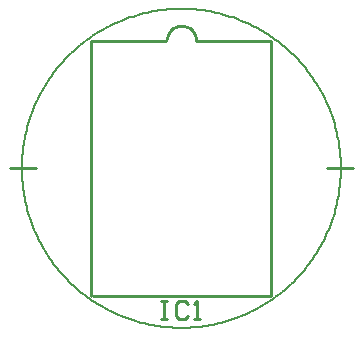
<source format=gto>
%FSLAX43Y43*%
%MOMM*%
G71*
G01*
G75*
%ADD10R,1.400X3.600*%
%ADD11R,1.400X5.080*%
%ADD12C,0.700*%
%ADD13C,2.000*%
%ADD14C,0.210*%
%ADD15C,1.000*%
%ADD16C,0.254*%
%ADD17C,0.200*%
%ADD18C,0.250*%
D16*
X16270Y25795D02*
X16246Y26043D01*
X16173Y26281D01*
X16056Y26501D01*
X15898Y26693D01*
X15706Y26851D01*
X15486Y26968D01*
X15248Y27041D01*
X15000Y27065D01*
X14752Y27041D01*
X14514Y26968D01*
X14294Y26851D01*
X14102Y26693D01*
X13944Y26501D01*
X13827Y26281D01*
X13754Y26043D01*
X13730Y25795D01*
X22620Y4205D02*
Y25795D01*
X7507Y4205D02*
X22620D01*
X7380D02*
Y25795D01*
X13250Y3774D02*
X13758D01*
X13504D01*
Y2250D01*
X13250D01*
X13758D01*
X15535Y3520D02*
X15281Y3774D01*
X14774D01*
X14520Y3520D01*
Y2504D01*
X14774Y2250D01*
X15281D01*
X15535Y2504D01*
X16043Y2250D02*
X16551D01*
X16297D01*
Y3774D01*
X16043Y3520D01*
D17*
X28500Y15000D02*
X28498Y15254D01*
X28490Y15508D01*
X28479Y15761D01*
X28462Y16015D01*
X28440Y16268D01*
X28414Y16521D01*
X28383Y16773D01*
X28347Y17024D01*
X28307Y17275D01*
X28262Y17525D01*
X28212Y17774D01*
X28157Y18022D01*
X28098Y18269D01*
X28035Y18514D01*
X27966Y18759D01*
X27893Y19002D01*
X27816Y19244D01*
X27733Y19484D01*
X27647Y19723D01*
X27556Y19960D01*
X27460Y20196D01*
X27360Y20429D01*
X27256Y20661D01*
X27147Y20890D01*
X27034Y21118D01*
X26917Y21343D01*
X26796Y21566D01*
X26670Y21787D01*
X26540Y22005D01*
X26407Y22221D01*
X26269Y22434D01*
X26127Y22645D01*
X25981Y22853D01*
X25831Y23058D01*
X25678Y23260D01*
X25521Y23460D01*
X25360Y23656D01*
X25195Y23849D01*
X25027Y24040D01*
X24855Y24227D01*
X24680Y24410D01*
X24501Y24591D01*
X24319Y24768D01*
X24133Y24941D01*
X23945Y25111D01*
X23753Y25278D01*
X23558Y25441D01*
X23360Y25600D01*
X23159Y25755D01*
X22956Y25907D01*
X22749Y26055D01*
X22540Y26198D01*
X22328Y26338D01*
X22113Y26474D01*
X21896Y26606D01*
X21677Y26733D01*
X21455Y26857D01*
X21230Y26976D01*
X21004Y27091D01*
X20776Y27202D01*
X20545Y27309D01*
X20313Y27411D01*
X20078Y27508D01*
X19842Y27602D01*
X19604Y27691D01*
X19364Y27775D01*
X19123Y27855D01*
X18881Y27930D01*
X18637Y28001D01*
X18392Y28067D01*
X18145Y28128D01*
X17898Y28185D01*
X17649Y28237D01*
X17400Y28285D01*
X17149Y28328D01*
X16898Y28366D01*
X16647Y28399D01*
X16394Y28428D01*
X16141Y28452D01*
X15888Y28471D01*
X15635Y28485D01*
X15381Y28495D01*
X15127Y28499D01*
X14873D01*
X14619Y28495D01*
X14365Y28485D01*
X14112Y28471D01*
X13859Y28452D01*
X13606Y28428D01*
X13353Y28399D01*
X13102Y28366D01*
X12851Y28328D01*
X12600Y28285D01*
X12351Y28237D01*
X12102Y28185D01*
X11855Y28128D01*
X11608Y28067D01*
X11363Y28001D01*
X11119Y27930D01*
X10877Y27855D01*
X10636Y27775D01*
X10396Y27691D01*
X10158Y27602D01*
X9922Y27509D01*
X9688Y27411D01*
X9455Y27309D01*
X9224Y27202D01*
X8996Y27091D01*
X8770Y26976D01*
X8545Y26857D01*
X8323Y26733D01*
X8104Y26606D01*
X7887Y26474D01*
X7672Y26338D01*
X7460Y26198D01*
X7251Y26055D01*
X7044Y25907D01*
X6841Y25755D01*
X6640Y25600D01*
X6442Y25441D01*
X6247Y25278D01*
X6055Y25111D01*
X5867Y24941D01*
X5681Y24768D01*
X5499Y24591D01*
X5320Y24410D01*
X5145Y24227D01*
X4973Y24040D01*
X4805Y23849D01*
X4640Y23656D01*
X4479Y23460D01*
X4322Y23260D01*
X4169Y23058D01*
X4019Y22853D01*
X3873Y22645D01*
X3731Y22434D01*
X3593Y22221D01*
X3460Y22005D01*
X3330Y21787D01*
X3204Y21566D01*
X3083Y21343D01*
X2966Y21118D01*
X2853Y20890D01*
X2744Y20661D01*
X2640Y20429D01*
X2540Y20196D01*
X2444Y19960D01*
X2353Y19723D01*
X2267Y19484D01*
X2184Y19244D01*
X2107Y19002D01*
X2034Y18759D01*
X1965Y18514D01*
X1902Y18269D01*
X1843Y18022D01*
X1788Y17774D01*
X1738Y17525D01*
X1693Y17275D01*
X1653Y17024D01*
X1617Y16773D01*
X1586Y16521D01*
X1560Y16268D01*
X1538Y16015D01*
X1521Y15761D01*
X1510Y15508D01*
X1502Y15254D01*
X1500Y15000D01*
X1502Y14746D01*
X1510Y14492D01*
X1521Y14238D01*
X1538Y13985D01*
X1560Y13732D01*
X1586Y13479D01*
X1617Y13227D01*
X1653Y12976D01*
X1693Y12725D01*
X1738Y12475D01*
X1788Y12226D01*
X1843Y11978D01*
X1902Y11731D01*
X1966Y11485D01*
X2034Y11241D01*
X2107Y10998D01*
X2184Y10756D01*
X2267Y10516D01*
X2353Y10277D01*
X2444Y10040D01*
X2540Y9804D01*
X2640Y9571D01*
X2744Y9339D01*
X2853Y9110D01*
X2966Y8882D01*
X3083Y8657D01*
X3204Y8434D01*
X3330Y8213D01*
X3460Y7995D01*
X3593Y7779D01*
X3731Y7566D01*
X3873Y7355D01*
X4019Y7147D01*
X4169Y6942D01*
X4322Y6740D01*
X4479Y6540D01*
X4640Y6344D01*
X4805Y6151D01*
X4973Y5960D01*
X5145Y5773D01*
X5320Y5590D01*
X5499Y5409D01*
X5681Y5232D01*
X5867Y5059D01*
X6055Y4889D01*
X6247Y4722D01*
X6442Y4559D01*
X6640Y4400D01*
X6841Y4245D01*
X7044Y4093D01*
X7251Y3945D01*
X7460Y3802D01*
X7672Y3662D01*
X7887Y3526D01*
X8104Y3394D01*
X8324Y3266D01*
X8545Y3143D01*
X8770Y3024D01*
X8996Y2909D01*
X9225Y2798D01*
X9455Y2691D01*
X9688Y2589D01*
X9922Y2491D01*
X10158Y2398D01*
X10396Y2309D01*
X10636Y2225D01*
X10877Y2145D01*
X11119Y2070D01*
X11363Y1999D01*
X11608Y1933D01*
X11855Y1871D01*
X12102Y1815D01*
X12351Y1762D01*
X12600Y1715D01*
X12851Y1672D01*
X13102Y1634D01*
X13354Y1601D01*
X13606Y1572D01*
X13859Y1548D01*
X14112Y1529D01*
X14365Y1515D01*
X14619Y1505D01*
X14873Y1501D01*
X15127Y1501D01*
X15381Y1505D01*
X15635Y1515D01*
X15888Y1529D01*
X16142Y1548D01*
X16394Y1572D01*
X16647Y1601D01*
X16899Y1634D01*
X17150Y1672D01*
X17400Y1715D01*
X17649Y1763D01*
X17898Y1815D01*
X18146Y1872D01*
X18392Y1933D01*
X18637Y1999D01*
X18881Y2070D01*
X19124Y2145D01*
X19365Y2225D01*
X19604Y2309D01*
X19842Y2398D01*
X20078Y2492D01*
X20313Y2589D01*
X20545Y2691D01*
X20776Y2798D01*
X21004Y2909D01*
X21231Y3024D01*
X21455Y3143D01*
X21677Y3267D01*
X21896Y3394D01*
X22113Y3526D01*
X22328Y3662D01*
X22540Y3802D01*
X22749Y3946D01*
X22956Y4093D01*
X23160Y4245D01*
X23360Y4400D01*
X23558Y4559D01*
X23753Y4722D01*
X23945Y4889D01*
X24134Y5059D01*
X24319Y5232D01*
X24501Y5409D01*
X24680Y5590D01*
X24855Y5774D01*
X25027Y5961D01*
X25195Y6151D01*
X25360Y6344D01*
X25521Y6541D01*
X25678Y6740D01*
X25832Y6942D01*
X25981Y7147D01*
X26127Y7355D01*
X26269Y7566D01*
X26407Y7779D01*
X26541Y7995D01*
X26670Y8214D01*
X26796Y8434D01*
X26917Y8657D01*
X27034Y8883D01*
X27147Y9110D01*
X27256Y9340D01*
X27360Y9571D01*
X27460Y9805D01*
X27556Y10040D01*
X27647Y10277D01*
X27733Y10516D01*
X27816Y10756D01*
X27893Y10998D01*
X27966Y11241D01*
X28035Y11486D01*
X28098Y11732D01*
X28158Y11979D01*
X28212Y12227D01*
X28262Y12476D01*
X28307Y12726D01*
X28347Y12976D01*
X28383Y13228D01*
X28414Y13480D01*
X28440Y13732D01*
X28462Y13985D01*
X28479Y14239D01*
X28490Y14492D01*
X28498Y14746D01*
X28500Y15000D01*
D18*
X27350D02*
X29499D01*
X500D02*
X2650D01*
X7380Y25795D02*
X13730D01*
X16270D02*
X22620D01*
M02*

</source>
